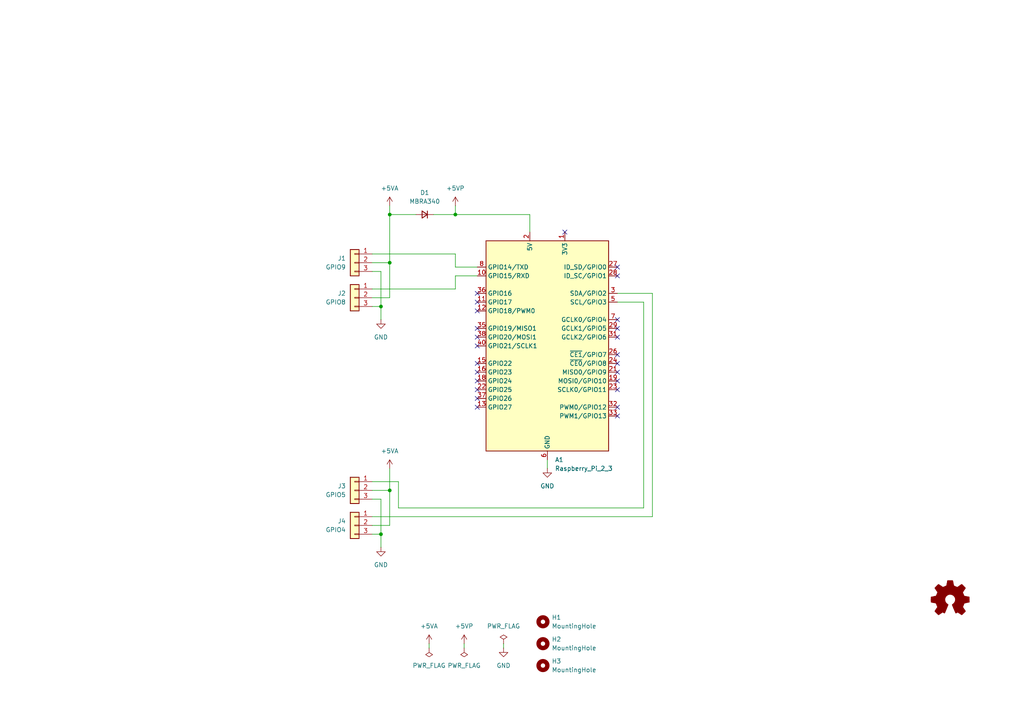
<source format=kicad_sch>
(kicad_sch (version 20231120) (generator "eeschema") (generator_version "8.0")
  (paper "A4")
  (title_block (title "Animatronics - Video Backpack (ANI-VBP)") (date "2025-01-25") (rev "1.0") (company "Sparky Bobo Designs") (comment 2 "Designed by: SparkyBobo") (comment 3 "https://creativecommons.org/licenses/by-sa/4.0/") (comment 4 "Released under the Creative Commons Attribution Share-Alike 4.0 License"))
  (lib_symbols
    (symbol "Connector:Raspberry_Pi_2_3"
      (property "Reference" "J" (at -17.78 31.75 0))
      (property "Value" "Raspberry_Pi_2_3" (at 10.16 -31.75 0))
      (symbol "Raspberry_Pi_2_3_0_1"
        (rectangle (start -17.78 30.48) (end 17.78 -30.48) (stroke (width 0.254)) (fill (type background)))
      )
      (symbol "Raspberry_Pi_2_3_1_1"
        (pin power_in line (at 5.08 33.02 270) (length 2.54) (name "3V3") (number "1"))
        (pin bidirectional line (at -20.32 20.32 0) (length 2.54) (name "GPIO15/RXD") (number "10"))
        (pin bidirectional line (at -20.32 12.7 0) (length 2.54) (name "GPIO17") (number "11"))
        (pin bidirectional line (at -20.32 10.16 0) (length 2.54) (name "GPIO18/PWM0") (number "12"))
        (pin bidirectional line (at -20.32 -17.78 0) (length 2.54) (name "GPIO27") (number "13"))
        (pin passive line (at 0 -33.02 90) (length 2.54) hide (name "GND") (number "14"))
        (pin bidirectional line (at -20.32 -5.08 0) (length 2.54) (name "GPIO22") (number "15"))
        (pin bidirectional line (at -20.32 -7.62 0) (length 2.54) (name "GPIO23") (number "16"))
        (pin passive line (at 5.08 33.02 270) (length 2.54) hide (name "3V3") (number "17"))
        (pin bidirectional line (at -20.32 -10.16 0) (length 2.54) (name "GPIO24") (number "18"))
        (pin bidirectional line (at 20.32 -10.16 180) (length 2.54) (name "MOSI0/GPIO10") (number "19"))
        (pin power_in line (at -5.08 33.02 270) (length 2.54) (name "5V") (number "2"))
        (pin passive line (at 0 -33.02 90) (length 2.54) hide (name "GND") (number "20"))
        (pin bidirectional line (at 20.32 -7.62 180) (length 2.54) (name "MISO0/GPIO9") (number "21"))
        (pin bidirectional line (at -20.32 -12.7 0) (length 2.54) (name "GPIO25") (number "22"))
        (pin bidirectional line (at 20.32 -12.7 180) (length 2.54) (name "SCLK0/GPIO11") (number "23"))
        (pin bidirectional line (at 20.32 -5.08 180) (length 2.54) (name "~{CE0}/GPIO8") (number "24"))
        (pin passive line (at 0 -33.02 90) (length 2.54) hide (name "GND") (number "25"))
        (pin bidirectional line (at 20.32 -2.54 180) (length 2.54) (name "~{CE1}/GPIO7") (number "26"))
        (pin bidirectional line (at 20.32 22.86 180) (length 2.54) (name "ID_SD/GPIO0") (number "27"))
        (pin bidirectional line (at 20.32 20.32 180) (length 2.54) (name "ID_SC/GPIO1") (number "28"))
        (pin bidirectional line (at 20.32 5.08 180) (length 2.54) (name "GCLK1/GPIO5") (number "29"))
        (pin bidirectional line (at 20.32 15.24 180) (length 2.54) (name "SDA/GPIO2") (number "3"))
        (pin passive line (at 0 -33.02 90) (length 2.54) hide (name "GND") (number "30"))
        (pin bidirectional line (at 20.32 2.54 180) (length 2.54) (name "GCLK2/GPIO6") (number "31"))
        (pin bidirectional line (at 20.32 -17.78 180) (length 2.54) (name "PWM0/GPIO12") (number "32"))
        (pin bidirectional line (at 20.32 -20.32 180) (length 2.54) (name "PWM1/GPIO13") (number "33"))
        (pin passive line (at 0 -33.02 90) (length 2.54) hide (name "GND") (number "34"))
        (pin bidirectional line (at -20.32 5.08 0) (length 2.54) (name "GPIO19/MISO1") (number "35"))
        (pin bidirectional line (at -20.32 15.24 0) (length 2.54) (name "GPIO16") (number "36"))
        (pin bidirectional line (at -20.32 -15.24 0) (length 2.54) (name "GPIO26") (number "37"))
        (pin bidirectional line (at -20.32 2.54 0) (length 2.54) (name "GPIO20/MOSI1") (number "38"))
        (pin passive line (at 0 -33.02 90) (length 2.54) hide (name "GND") (number "39"))
        (pin passive line (at -5.08 33.02 270) (length 2.54) hide (name "5V") (number "4"))
        (pin bidirectional line (at -20.32 0 0) (length 2.54) (name "GPIO21/SCLK1") (number "40"))
        (pin bidirectional line (at 20.32 12.7 180) (length 2.54) (name "SCL/GPIO3") (number "5"))
        (pin power_in line (at 0 -33.02 90) (length 2.54) (name "GND") (number "6"))
        (pin bidirectional line (at 20.32 7.62 180) (length 2.54) (name "GCLK0/GPIO4") (number "7"))
        (pin bidirectional line (at -20.32 22.86 0) (length 2.54) (name "GPIO14/TXD") (number "8"))
        (pin passive line (at 0 -33.02 90) (length 2.54) hide (name "GND") (number "9"))
      )
    )
    (symbol "Connector_Generic:Conn_01x03" (pin_names (offset 1.016) hide)
      (property "Reference" "J" (at 0 5.08 0))
      (property "Value" "Conn_01x03" (at 0 -5.08 0))
      (symbol "Conn_01x03_1_1"
        (rectangle (start -1.27 -2.413) (end 0 -2.667) (stroke (width 0.1524)))
        (rectangle (start -1.27 0.127) (end 0 -0.127) (stroke (width 0.1524)))
        (rectangle (start -1.27 2.667) (end 0 2.413) (stroke (width 0.1524)))
        (rectangle (start -1.27 3.81) (end 1.27 -3.81) (stroke (width 0.254)) (fill (type background)))
        (pin passive line (at -5.08 2.54 0) (length 3.81) (name "Pin_1") (number "1"))
        (pin passive line (at -5.08 0 0) (length 3.81) (name "Pin_2") (number "2"))
        (pin passive line (at -5.08 -2.54 0) (length 3.81) (name "Pin_3") (number "3"))
      )
    )
    (symbol "Device:D_Small" (pin_numbers hide) (pin_names (offset 0.254) hide)
      (property "Reference" "D" (at -1.27 2.032 0))
      (property "Value" "D_Small" (at -3.81 -2.032 0))
      (symbol "D_Small_0_1"
        (polyline (pts (xy -0.762 -1.016) (xy -0.762 1.016)) (stroke (width 0.254)))
        (polyline (pts (xy -0.762 0) (xy 0.762 0)))
        (polyline (pts (xy 0.762 -1.016) (xy -0.762 0) (xy 0.762 1.016) (xy 0.762 -1.016)) (stroke (width 0.254)))
      )
      (symbol "D_Small_1_1"
        (pin passive line (at -2.54 0 0) (length 1.778) (name "K") (number "1"))
        (pin passive line (at 2.54 0 180) (length 1.778) (name "A") (number "2"))
      )
    )
    (symbol "Graphic:Logo_Open_Hardware_Small" (in_bom no) (on_board no)
      (symbol "Logo_Open_Hardware_Small_0_1"
        (polyline (pts (xy 3.3528 -4.3434) (xy 3.302 -4.318) (xy 3.175 -4.2418) (xy 2.9972 -4.1148) (xy 2.7686 -3.9624) (xy 2.54 -3.81) (xy 2.3622 -3.7084) (xy 2.2352 -3.6068) (xy 2.1844 -3.5814) (xy 2.159 -3.6068) (xy 2.0574 -3.6576) (xy 1.905 -3.7338) (xy 1.8034 -3.7846) (xy 1.6764 -3.8354) (xy 1.6002 -3.8354) (xy 1.6002 -3.8354) (xy 1.5494 -3.7338) (xy 1.4732 -3.5306) (xy 1.3462 -3.302) (xy 1.2446 -3.0226) (xy 1.1176 -2.7178) (xy 0.9652 -2.413) (xy 0.8636 -2.1082) (xy 0.7366 -1.8288) (xy 0.6604 -1.6256) (xy 0.6096 -1.4732) (xy 0.5842 -1.397) (xy 0.5842 -1.397) (xy 0.6604 -1.3208) (xy 0.7874 -1.2446) (xy 1.0414 -1.016) (xy 1.2954 -0.6858) (xy 1.4478 -0.3302) (xy 1.524 0.0762) (xy 1.4732 0.4572) (xy 1.3208 0.8128) (xy 1.0668 1.143) (xy 0.762 1.3716) (xy 0.4064 1.524) (xy 0 1.5748) (xy -0.381 1.5494) (xy -0.7366 1.397) (xy -1.0668 1.143) (xy -1.2192 0.9906) (xy -1.397 0.6604) (xy -1.524 0.3048) (xy -1.524 0.2286) (xy -1.4986 -0.1778) (xy -1.397 -0.5334) (xy -1.1938 -0.8636) (xy -0.9144 -1.143) (xy -0.8636 -1.1684) (xy -0.7366 -1.27) (xy -0.635 -1.3462) (xy -0.5842 -1.397) (xy -1.0668 -2.5908) (xy -1.143 -2.794) (xy -1.2954 -3.1242) (xy -1.397 -3.4036) (xy -1.4986 -3.6322) (xy -1.5748 -3.7846) (xy -1.6002 -3.8354) (xy -1.6002 -3.8354) (xy -1.651 -3.8354) (xy -1.7272 -3.81) (xy -1.905 -3.7338) (xy -2.0066 -3.683) (xy -2.1336 -3.6068) (xy -2.2098 -3.5814) (xy -2.2606 -3.6068) (xy -2.3622 -3.683) (xy -2.54 -3.81) (xy -2.7686 -3.9624) (xy -2.9718 -4.0894) (xy -3.1496 -4.2164) (xy -3.302 -4.318) (xy -3.3528 -4.3434) (xy -3.3782 -4.3434) (xy -3.429 -4.318) (xy -3.5306 -4.2164) (xy -3.7084 -4.064) (xy -3.937 -3.8354) (xy -3.9624 -3.81) (xy -4.1656 -3.6068) (xy -4.318 -3.4544) (xy -4.4196 -3.3274) (xy -4.445 -3.2766) (xy -4.445 -3.2766) (xy -4.4196 -3.2258) (xy -4.318 -3.0734) (xy -4.2164 -2.8956) (xy -4.064 -2.667) (xy -3.6576 -2.0828) (xy -3.8862 -1.5494) (xy -3.937 -1.3716) (xy -4.0386 -1.1684) (xy -4.0894 -1.0414) (xy -4.1148 -0.9652) (xy -4.191 -0.9398) (xy -4.318 -0.9144) (xy -4.5466 -0.8636) (xy -4.8006 -0.8128) (xy -5.0546 -0.7874) (xy -5.2578 -0.7366) (xy -5.4356 -0.7112) (xy -5.5118 -0.6858) (xy -5.5118 -0.6858) (xy -5.5372 -0.635) (xy -5.5372 -0.5588) (xy -5.5372 -0.4318) (xy -5.5626 -0.2286) (xy -5.5626 0.0762) (xy -5.5626 0.127) (xy -5.5372 0.4064) (xy -5.5372 0.635) (xy -5.5372 0.762) (xy -5.5372 0.8382) (xy -5.5372 0.8382) (xy -5.461 0.8382) (xy -5.3086 0.889) (xy -5.08 0.9144) (xy -4.826 0.9652) (xy -4.8006 0.9906) (xy -4.5466 1.0414) (xy -4.318 1.0668) (xy -4.1656 1.1176) (xy -4.0894 1.143) (xy -4.0894 1.143) (xy -4.0386 1.2446) (xy -3.9624 1.4224) (xy -3.8608 1.6256) (xy -3.7846 1.8288) (xy -3.7084 2.0066) (xy -3.6576 2.159) (xy -3.6322 2.2098) (xy -3.6322 2.2098) (xy -3.683 2.286) (xy -3.7592 2.413) (xy -3.8862 2.5908) (xy -4.064 2.8194) (xy -4.064 2.8448) (xy -4.2164 3.0734) (xy -4.3434 3.2512) (xy -4.4196 3.3782) (xy -4.445 3.4544) (xy -4.445 3.4544) (xy -4.3942 3.5052) (xy -4.2926 3.6322) (xy -4.1148 3.81) (xy -3.937 4.0132) (xy -3.8608 4.064) (xy -3.6576 4.2926) (xy -3.5052 4.4196) (xy -3.4036 4.4958) (xy -3.3528 4.5212) (xy -3.3528 4.5212) (xy -3.302 4.4704) (xy -3.1496 4.3688) (xy -2.9718 4.2418) (xy -2.7432 4.0894) (xy -2.7178 4.0894) (xy -2.4892 3.937) (xy -2.3114 3.81) (xy -2.1844 3.7084) (xy -2.1336 3.683) (xy -2.1082 3.683) (xy -2.032 3.7084) (xy -1.8542 3.7592) (xy -1.6764 3.8354) (xy -1.4732 3.937) (xy -1.27 4.0132) (xy -1.143 4.064) (xy -1.0668 4.1148) (xy -1.0668 4.1148) (xy -1.0414 4.191) (xy -1.016 4.3434) (xy -0.9652 4.572) (xy -0.9144 4.8514) (xy -0.889 4.9022) (xy -0.8382 5.1562) (xy -0.8128 5.3848) (xy -0.7874 5.5372) (xy -0.762 5.588) (xy -0.7112 5.6134) (xy -0.5842 5.6134) (xy -0.4064 5.6134) (xy -0.1524 5.6134) (xy 0.0762 5.6134) (xy 0.3302 5.6134) (xy 0.5334 5.6134) (xy 0.6858 5.588) (xy 0.7366 5.588) (xy 0.7366 5.588) (xy 0.762 5.5118) (xy 0.8128 5.334) (xy 0.8382 5.1054) (xy 0.9144 4.826) (xy 0.9144 4.7752) (xy 0.9652 4.5212) (xy 1.016 4.2926) (xy 1.0414 4.1402) (xy 1.0668 4.0894) (xy 1.0668 4.0894) (xy 1.1938 4.0386) (xy 1.3716 3.9624) (xy 1.5748 3.8608) (xy 2.0828 3.6576) (xy 2.7178 4.0894) (xy 2.7686 4.1402) (xy 2.9972 4.2926) (xy 3.175 4.4196) (xy 3.302 4.4958) (xy 3.3782 4.5212) (xy 3.3782 4.5212) (xy 3.429 4.4704) (xy 3.556 4.3434) (xy 3.7338 4.191) (xy 3.9116 3.9878) (xy 4.064 3.8354) (xy 4.2418 3.6576) (xy 4.3434 3.556) (xy 4.4196 3.4798) (xy 4.4196 3.429) (xy 4.4196 3.4036) (xy 4.3942 3.3274) (xy 4.2926 3.2004) (xy 4.1656 2.9972) (xy 4.0132 2.794) (xy 3.8862 2.5908) (xy 3.7592 2.3876) (xy 3.6576 2.2352) (xy 3.6322 2.159) (xy 3.6322 2.1336) (xy 3.683 2.0066) (xy 3.7592 1.8288) (xy 3.8608 1.6002) (xy 4.064 1.1176) (xy 4.3942 1.0414) (xy 4.5974 1.016) (xy 4.8768 0.9652) (xy 5.1308 0.9144) (xy 5.5372 0.8382) (xy 5.5626 -0.6604) (xy 5.4864 -0.6858) (xy 5.4356 -0.6858) (xy 5.2832 -0.7366) (xy 5.0546 -0.762) (xy 4.8006 -0.8128) (xy 4.5974 -0.8636) (xy 4.3688 -0.9144) (xy 4.2164 -0.9398) (xy 4.1402 -0.9398) (xy 4.1148 -0.9652) (xy 4.064 -1.0668) (xy 3.9878 -1.2446) (xy 3.9116 -1.4478) (xy 3.81 -1.651) (xy 3.7338 -1.8542) (xy 3.683 -2.0066) (xy 3.6576 -2.0828) (xy 3.683 -2.1336) (xy 3.7846 -2.2606) (xy 3.8862 -2.4638) (xy 4.0386 -2.667) (xy 4.191 -2.8956) (xy 4.318 -3.0734) (xy 4.3942 -3.2004) (xy 4.445 -3.2766) (xy 4.4196 -3.3274) (xy 4.3434 -3.429) (xy 4.1656 -3.5814) (xy 3.937 -3.8354) (xy 3.8862 -3.8608) (xy 3.683 -4.064) (xy 3.5306 -4.2164) (xy 3.4036 -4.318) (xy 3.3528 -4.3434)) (fill (type outline)))
      )
    )
    (symbol "Mechanical:MountingHole" (pin_names (offset 1.016)) (exclude_from_sim yes) (in_bom no)
      (property "Reference" "H" (at 0 5.08 0))
      (property "Value" "MountingHole" (at 0 3.175 0))
      (symbol "MountingHole_0_1"
        (circle (center 0 0) (radius 1.27) (stroke (width 1.27)))
      )
    )
    (symbol "power:+5VA" (power) (pin_numbers hide) (pin_names (offset 0) hide)
      (property "Value" "+5VA" (at 0 3.556 0))
      (symbol "+5VA_0_1"
        (polyline (pts (xy -0.762 1.27) (xy 0 2.54)))
        (polyline (pts (xy 0 0) (xy 0 2.54)))
        (polyline (pts (xy 0 2.54) (xy 0.762 1.27)))
      )
      (symbol "+5VA_1_1"
        (pin power_in line (at 0 0 90) (length 0) (name "~") (number "1"))
      )
    )
    (symbol "power:GND" (power) (pin_numbers hide) (pin_names (offset 0) hide)
      (property "Value" "GND" (at 0 -3.81 0))
      (symbol "GND_0_1"
        (polyline (pts (xy 0 0) (xy 0 -1.27) (xy 1.27 -1.27) (xy 0 -2.54) (xy -1.27 -1.27) (xy 0 -1.27)))
      )
      (symbol "GND_1_1"
        (pin power_in line (at 0 0 270) (length 0) (name "~") (number "1"))
      )
    )
    (symbol "power:PWR_FLAG" (power) (pin_numbers hide) (pin_names (offset 0) hide)
      (property "Value" "PWR_FLAG" (at 0 3.81 0))
      (symbol "PWR_FLAG_0_0"
        (pin power_out line (at 0 0 90) (length 0) (name "~") (number "1"))
      )
      (symbol "PWR_FLAG_0_1"
        (polyline (pts (xy 0 0) (xy 0 1.27) (xy -1.016 1.905) (xy 0 2.54) (xy 1.016 1.905) (xy 0 1.27)))
      )
    )
  )
  (junction (at 110.49 154.94))
  (junction (at 113.03 62.23))
  (junction (at 110.49 88.9))
  (junction (at 132.08 62.23))
  (junction (at 113.03 76.2))
  (junction (at 113.03 142.24))
  (no_connect (at 179.07 120.65))
  (no_connect (at 179.07 110.49))
  (no_connect (at 179.07 80.01))
  (no_connect (at 163.83 67.31))
  (no_connect (at 179.07 113.03))
  (no_connect (at 138.43 95.25))
  (no_connect (at 179.07 92.71))
  (no_connect (at 179.07 105.41))
  (no_connect (at 179.07 107.95))
  (no_connect (at 138.43 115.57))
  (no_connect (at 179.07 95.25))
  (no_connect (at 138.43 90.17))
  (no_connect (at 179.07 97.79))
  (no_connect (at 179.07 102.87))
  (no_connect (at 138.43 107.95))
  (no_connect (at 138.43 97.79))
  (no_connect (at 138.43 105.41))
  (no_connect (at 138.43 100.33))
  (no_connect (at 138.43 85.09))
  (no_connect (at 179.07 118.11))
  (no_connect (at 138.43 110.49))
  (no_connect (at 138.43 118.11))
  (no_connect (at 138.43 87.63))
  (no_connect (at 138.43 113.03))
  (no_connect (at 179.07 77.47))
  (wire (pts (xy 110.49 78.74) (xy 107.95 78.74)))
  (wire (pts (xy 158.75 133.35) (xy 158.75 135.89)))
  (wire (pts (xy 132.08 80.01) (xy 132.08 83.82)))
  (wire (pts (xy 146.05 186.69) (xy 146.05 187.96)))
  (wire (pts (xy 134.62 186.69) (xy 134.62 187.96)))
  (wire (pts (xy 110.49 144.78) (xy 107.95 144.78)))
  (wire (pts (xy 107.95 83.82) (xy 132.08 83.82)))
  (wire (pts (xy 189.23 149.86) (xy 189.23 85.09)))
  (wire (pts (xy 113.03 142.24) (xy 113.03 152.4)))
  (wire (pts (xy 107.95 149.86) (xy 189.23 149.86)))
  (wire (pts (xy 113.03 135.89) (xy 113.03 142.24)))
  (wire (pts (xy 179.07 87.63) (xy 186.69 87.63)))
  (wire (pts (xy 107.95 73.66) (xy 132.08 73.66)))
  (wire (pts (xy 110.49 154.94) (xy 107.95 154.94)))
  (wire (pts (xy 110.49 88.9) (xy 110.49 92.71)))
  (wire (pts (xy 138.43 80.01) (xy 132.08 80.01)))
  (wire (pts (xy 110.49 144.78) (xy 110.49 154.94)))
  (wire (pts (xy 189.23 85.09) (xy 179.07 85.09)))
  (wire (pts (xy 186.69 147.32) (xy 115.57 147.32)))
  (wire (pts (xy 113.03 62.23) (xy 113.03 76.2)))
  (wire (pts (xy 138.43 77.47) (xy 132.08 77.47)))
  (wire (pts (xy 110.49 154.94) (xy 110.49 158.75)))
  (wire (pts (xy 132.08 59.69) (xy 132.08 62.23)))
  (wire (pts (xy 115.57 139.7) (xy 115.57 147.32)))
  (wire (pts (xy 113.03 142.24) (xy 107.95 142.24)))
  (wire (pts (xy 186.69 87.63) (xy 186.69 147.32)))
  (wire (pts (xy 113.03 76.2) (xy 107.95 76.2)))
  (wire (pts (xy 113.03 59.69) (xy 113.03 62.23)))
  (wire (pts (xy 110.49 78.74) (xy 110.49 88.9)))
  (wire (pts (xy 125.73 62.23) (xy 132.08 62.23)))
  (wire (pts (xy 132.08 77.47) (xy 132.08 73.66)))
  (wire (pts (xy 110.49 88.9) (xy 107.95 88.9)))
  (wire (pts (xy 113.03 86.36) (xy 107.95 86.36)))
  (wire (pts (xy 153.67 62.23) (xy 153.67 67.31)))
  (wire (pts (xy 113.03 62.23) (xy 120.65 62.23)))
  (wire (pts (xy 113.03 76.2) (xy 113.03 86.36)))
  (wire (pts (xy 107.95 139.7) (xy 115.57 139.7)))
  (wire (pts (xy 113.03 152.4) (xy 107.95 152.4)))
  (wire (pts (xy 124.46 186.69) (xy 124.46 187.96)))
  (wire (pts (xy 132.08 62.23) (xy 153.67 62.23)))
  (symbol (lib_id "power:GND") (at 110.49 92.71 0) (unit 1)
    (property "Reference" "#PWR04" (effects (hide yes)))
    (property "Value" "GND" (at 110.49 97.79 0))
    (property "Description" "Power symbol creates a global label with name \"GND\" , ground" (effects (hide yes)))
  )
  (symbol (lib_id "Connector_Generic:Conn_01x03") (at 102.87 86.36 0) (mirror y) (unit 1)
    (property "Reference" "J2" (at 100.33 85.0899 0) (effects (justify left)))
    (property "Value" "GPIO8" (at 100.33 87.6299 0) (effects (justify left)))
    (property "Footprint" "Connector_PinHeader_2.54mm:PinHeader_1x03_P2.54mm_Vertical" (effects (hide yes)))
    (property "Description" "Generic connector, single row, 01x03, script generated (kicad-library-utils/schlib/autogen/connector/)" (effects (hide yes)))
  )
  (symbol (lib_id "power:+5VA") (at 132.08 59.69 0) (unit 1)
    (property "Reference" "#PWR02" (effects (hide yes)))
    (property "Value" "+5VP" (at 132.08 54.61 0))
    (property "Description" "Power symbol creates a global label with name \"+5VA\"" (effects (hide yes)))
  )
  (symbol (lib_id "Connector:Raspberry_Pi_2_3") (at 158.75 100.33 0) (unit 1)
    (property "Reference" "A1" (at 160.9441 133.35 0) (effects (justify left)))
    (property "Value" "Raspberry_Pi_2_3" (at 160.9441 135.89 0) (effects (justify left)))
    (property "Footprint" "Module:Raspberry_Pi_Zero_Socketed_THT_FaceDown_MountingHoles" (effects (hide yes)))
    (property "Datasheet" "https://www.raspberrypi.org/documentation/hardware/raspberrypi/schematics/rpi_SCH_3bplus_1p0_reduced.pdf" (effects (hide yes)))
    (property "Description" "expansion header for Raspberry Pi 2 & 3" (effects (hide yes)))
  )
  (symbol (lib_id "Device:D_Small") (at 123.19 62.23 180) (unit 1)
    (property "Reference" "D1" (at 123.19 55.88 0))
    (property "Value" "MBRA340" (at 123.19 58.42 0))
    (property "Footprint" "Diode_SMD:D_SMA_Handsoldering" (effects (hide yes)))
    (property "Description" "Diode, small symbol" (effects (hide yes)))
    (property "Sim.Device" "D" (effects (hide yes)))
    (property "Sim.Pins" "1=K 2=A" (effects (hide yes)))
  )
  (symbol (lib_id "power:GND") (at 110.49 158.75 0) (unit 1)
    (property "Reference" "#PWR010" (effects (hide yes)))
    (property "Value" "GND" (at 110.49 163.83 0))
    (property "Description" "Power symbol creates a global label with name \"GND\" , ground" (effects (hide yes)))
  )
  (symbol (lib_id "power:PWR_FLAG") (at 124.46 187.96 180) (unit 1)
    (property "Reference" "#FLG03" (effects (hide yes)))
    (property "Value" "PWR_FLAG" (at 124.46 193.04 0))
    (property "Description" "Special symbol for telling ERC where power comes from" (effects (hide yes)))
  )
  (symbol (lib_id "Mechanical:MountingHole") (at 157.48 180.34 0) (unit 1) (exclude_from_sim yes) (in_bom no)
    (property "Reference" "H1" (at 160.02 179.0699 0) (effects (justify left)))
    (property "Value" "MountingHole" (at 160.02 181.6099 0) (effects (justify left)))
    (property "Footprint" "MountingHole:MountingHole_3.2mm_M3" (effects (hide yes)))
    (property "Description" "Mounting Hole without connection" (effects (hide yes)))
  )
  (symbol (lib_id "Graphic:Logo_Open_Hardware_Small") (at 275.59 173.99 0) (unit 1) (exclude_from_sim yes) (in_bom no) (on_board no)
    (property "Reference" "#SYM1" (effects (hide yes)))
    (property "Value" "Logo_Open_Hardware_Small" (effects (hide yes)))
    (property "Description" "Open Hardware logo, small" (effects (hide yes)))
  )
  (symbol (lib_id "Mechanical:MountingHole") (at 157.48 193.04 0) (unit 1) (exclude_from_sim yes) (in_bom no)
    (property "Reference" "H3" (at 160.02 191.7699 0) (effects (justify left)))
    (property "Value" "MountingHole" (at 160.02 194.3099 0) (effects (justify left)))
    (property "Footprint" "MountingHole:MountingHole_3.2mm_M3" (effects (hide yes)))
    (property "Description" "Mounting Hole without connection" (effects (hide yes)))
  )
  (symbol (lib_id "power:+5VA") (at 113.03 135.89 0) (mirror y) (unit 1)
    (property "Reference" "#PWR011" (effects (hide yes)))
    (property "Value" "+5VA" (at 113.03 130.81 0))
    (property "Description" "Power symbol creates a global label with name \"+5VA\"" (effects (hide yes)))
  )
  (symbol (lib_id "power:GND") (at 158.75 135.89 0) (unit 1)
    (property "Reference" "#PWR01" (effects (hide yes)))
    (property "Value" "GND" (at 158.75 140.97 0))
    (property "Description" "Power symbol creates a global label with name \"GND\" , ground" (effects (hide yes)))
  )
  (symbol (lib_id "Mechanical:MountingHole") (at 157.48 186.69 0) (unit 1) (exclude_from_sim yes) (in_bom no)
    (property "Reference" "H2" (at 160.02 185.4199 0) (effects (justify left)))
    (property "Value" "MountingHole" (at 160.02 187.9599 0) (effects (justify left)))
    (property "Footprint" "MountingHole:MountingHole_3.2mm_M3" (effects (hide yes)))
    (property "Description" "Mounting Hole without connection" (effects (hide yes)))
  )
  (symbol (lib_id "power:PWR_FLAG") (at 146.05 186.69 0) (unit 1)
    (property "Reference" "#FLG01" (effects (hide yes)))
    (property "Value" "PWR_FLAG" (at 146.05 181.61 0))
    (property "Description" "Special symbol for telling ERC where power comes from" (effects (hide yes)))
  )
  (symbol (lib_id "power:+5VA") (at 134.62 186.69 0) (unit 1)
    (property "Reference" "#PWR06" (effects (hide yes)))
    (property "Value" "+5VP" (at 134.62 181.61 0))
    (property "Description" "Power symbol creates a global label with name \"+5VA\"" (effects (hide yes)))
  )
  (symbol (lib_id "Connector_Generic:Conn_01x03") (at 102.87 142.24 0) (mirror y) (unit 1)
    (property "Reference" "J3" (at 100.33 140.9699 0) (effects (justify left)))
    (property "Value" "GPIO5" (at 100.33 143.5099 0) (effects (justify left)))
    (property "Footprint" "Connector_PinHeader_2.54mm:PinHeader_1x03_P2.54mm_Vertical" (effects (hide yes)))
    (property "Description" "Generic connector, single row, 01x03, script generated (kicad-library-utils/schlib/autogen/connector/)" (effects (hide yes)))
  )
  (symbol (lib_id "power:+5VA") (at 113.03 59.69 0) (mirror y) (unit 1)
    (property "Reference" "#PWR03" (effects (hide yes)))
    (property "Value" "+5VA" (at 113.03 54.61 0))
    (property "Description" "Power symbol creates a global label with name \"+5VA\"" (effects (hide yes)))
  )
  (symbol (lib_id "Connector_Generic:Conn_01x03") (at 102.87 152.4 0) (mirror y) (unit 1)
    (property "Reference" "J4" (at 100.33 151.1299 0) (effects (justify left)))
    (property "Value" "GPIO4" (at 100.33 153.6699 0) (effects (justify left)))
    (property "Footprint" "Connector_PinHeader_2.54mm:PinHeader_1x03_P2.54mm_Vertical" (effects (hide yes)))
    (property "Description" "Generic connector, single row, 01x03, script generated (kicad-library-utils/schlib/autogen/connector/)" (effects (hide yes)))
  )
  (symbol (lib_id "power:PWR_FLAG") (at 134.62 187.96 180) (unit 1)
    (property "Reference" "#FLG02" (effects (hide yes)))
    (property "Value" "PWR_FLAG" (at 134.62 193.04 0))
    (property "Description" "Special symbol for telling ERC where power comes from" (effects (hide yes)))
  )
  (symbol (lib_id "Connector_Generic:Conn_01x03") (at 102.87 76.2 0) (mirror y) (unit 1)
    (property "Reference" "J1" (at 100.33 74.9299 0) (effects (justify left)))
    (property "Value" "GPIO9" (at 100.33 77.4699 0) (effects (justify left)))
    (property "Footprint" "Connector_PinHeader_2.54mm:PinHeader_1x03_P2.54mm_Vertical" (effects (hide yes)))
    (property "Description" "Generic connector, single row, 01x03, script generated (kicad-library-utils/schlib/autogen/connector/)" (effects (hide yes)))
  )
  (symbol (lib_id "power:+5VA") (at 124.46 186.69 0) (mirror y) (unit 1)
    (property "Reference" "#PWR08" (effects (hide yes)))
    (property "Value" "+5VA" (at 124.46 181.61 0))
    (property "Description" "Power symbol creates a global label with name \"+5VA\"" (effects (hide yes)))
  )
  (symbol (lib_id "power:GND") (at 146.05 187.96 0) (mirror y) (unit 1)
    (property "Reference" "#PWR05" (effects (hide yes)))
    (property "Value" "GND" (at 146.05 193.04 0))
    (property "Description" "Power symbol creates a global label with name \"GND\" , ground" (effects (hide yes)))
  )
)
</source>
